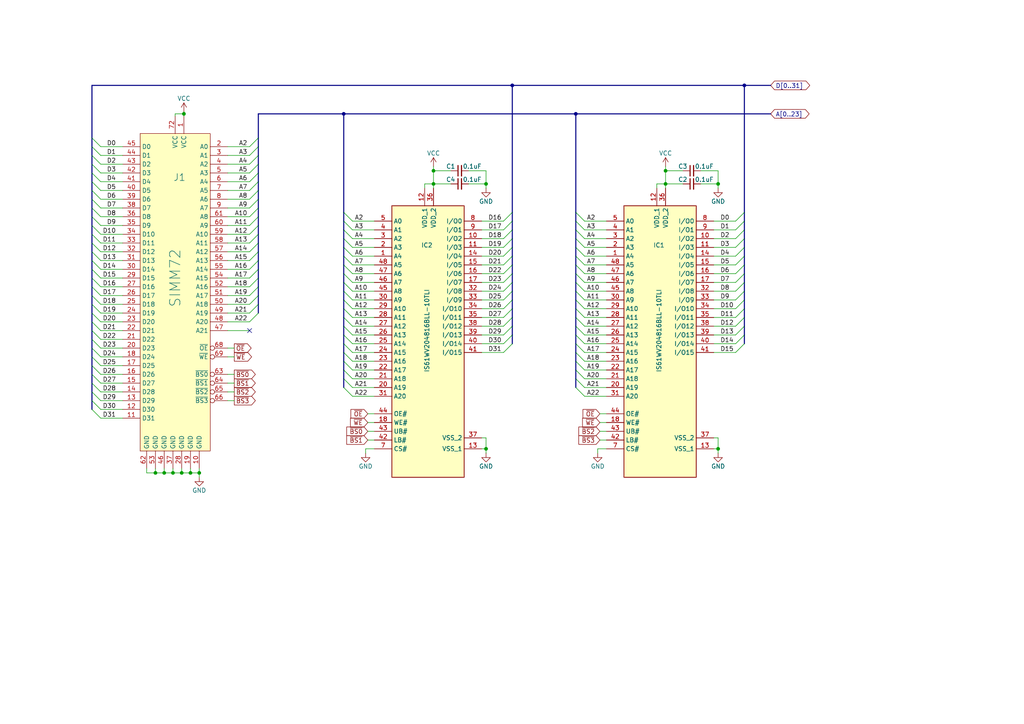
<source format=kicad_sch>
(kicad_sch (version 20230121) (generator eeschema)
  (paper "A4")
  (title_block (title "Raven 8MB Ram, 10ns") (date "2023") (rev "A0") (company "Licensed under CERN-OHL-P v2") (comment 1 "Anders Granlund"))
  (lib_symbols
    (symbol "68k:IS61WV204816BLL-10TLI"
      (property "Reference" "IC" (at -10.16 37.465 0))
      (property "Value" "IS61WV204816BLL-10TLI" (at -1.905 -8.255 90))
      (symbol "IS61WV204816BLL-10TLI_1_1"
        (rectangle (start -10.795 34.925) (end 10.16 -43.815) (stroke (width 0.254)) (fill (type background)))
        (pin passive line (at -15.875 20.32 0) (length 5.08) (name "A4") (number "1"))
        (pin passive line (at 15.24 25.4 180) (length 5.08) (name "I/O2") (number "10"))
        (pin passive line (at 15.24 22.86 180) (length 5.08) (name "I/O3") (number "11"))
        (pin passive line (at -1.27 40.005 270) (length 5.08) (name "VDD_1") (number "12"))
        (pin passive line (at 15.24 -35.56 180) (length 5.08) (name "VSS_1") (number "13"))
        (pin passive line (at 15.24 20.32 180) (length 5.08) (name "I/O4") (number "14"))
        (pin passive line (at 15.24 17.78 180) (length 5.08) (name "I/O5") (number "15"))
        (pin passive line (at 15.24 15.24 180) (length 5.08) (name "I/O6") (number "16"))
        (pin passive line (at 15.24 12.7 180) (length 5.08) (name "I/O7") (number "17"))
        (pin passive line (at -15.875 -27.94 0) (length 5.08) (name "WE#") (number "18"))
        (pin no_connect line (at 15.24 -20.955 180) (length 5.08) hide (name "NC_2") (number "19"))
        (pin passive line (at -15.875 22.86 0) (length 5.08) (name "A3") (number "2"))
        (pin passive line (at -15.875 -17.78 0) (length 5.08) (name "A19") (number "20"))
        (pin passive line (at -15.875 -15.24 0) (length 5.08) (name "A18") (number "21"))
        (pin passive line (at -15.875 -12.7 0) (length 5.08) (name "A17") (number "22"))
        (pin passive line (at -15.875 -10.16 0) (length 5.08) (name "A16") (number "23"))
        (pin passive line (at -15.875 -7.62 0) (length 5.08) (name "A15") (number "24"))
        (pin passive line (at -15.875 -5.08 0) (length 5.08) (name "A14") (number "25"))
        (pin passive line (at -15.875 -2.54 0) (length 5.08) (name "A13") (number "26"))
        (pin passive line (at -15.875 0 0) (length 5.08) (name "A12") (number "27"))
        (pin passive line (at -15.875 2.54 0) (length 5.08) (name "A11") (number "28"))
        (pin passive line (at -15.875 5.08 0) (length 5.08) (name "A10") (number "29"))
        (pin passive line (at -15.875 25.4 0) (length 5.08) (name "A2") (number "3"))
        (pin passive line (at -15.875 7.62 0) (length 5.08) (name "A9") (number "30"))
        (pin passive line (at -15.875 -20.32 0) (length 5.08) (name "A20") (number "31"))
        (pin passive line (at 15.24 10.16 180) (length 5.08) (name "I/O8") (number "32"))
        (pin passive line (at 15.24 7.62 180) (length 5.08) (name "I/O9") (number "33"))
        (pin passive line (at 15.24 5.08 180) (length 5.08) (name "I/O10") (number "34"))
        (pin passive line (at 15.24 2.54 180) (length 5.08) (name "I/O11") (number "35"))
        (pin passive line (at 1.27 40.005 270) (length 5.08) (name "VDD_2") (number "36"))
        (pin passive line (at 15.24 -32.385 180) (length 5.08) (name "VSS_2") (number "37"))
        (pin passive line (at 15.24 0 180) (length 5.08) (name "I/O12") (number "38"))
        (pin passive line (at 15.24 -2.54 180) (length 5.08) (name "I/O13") (number "39"))
        (pin passive line (at -15.875 27.94 0) (length 5.08) (name "A1") (number "4"))
        (pin passive line (at 15.24 -5.08 180) (length 5.08) (name "I/O14") (number "40"))
        (pin passive line (at 15.24 -7.62 180) (length 5.08) (name "I/O15") (number "41"))
        (pin passive line (at -15.875 -33.02 0) (length 5.08) (name "LB#") (number "42"))
        (pin passive line (at -15.875 -30.48 0) (length 5.08) (name "UB#") (number "43"))
        (pin passive line (at -15.875 -25.4 0) (length 5.08) (name "OE#") (number "44"))
        (pin passive line (at -15.875 10.16 0) (length 5.08) (name "A8") (number "45"))
        (pin passive line (at -15.875 12.7 0) (length 5.08) (name "A7") (number "46"))
        (pin passive line (at -15.875 15.24 0) (length 5.08) (name "A6") (number "47"))
        (pin passive line (at -15.875 17.78 0) (length 5.08) (name "A5") (number "48"))
        (pin passive line (at -15.875 30.48 0) (length 5.08) (name "A0") (number "5"))
        (pin no_connect line (at 15.24 -23.495 180) (length 5.08) hide (name "NC_1") (number "6"))
        (pin passive line (at -15.875 -35.56 0) (length 5.08) (name "CS#") (number "7"))
        (pin passive line (at 15.24 30.48 180) (length 5.08) (name "I/O0") (number "8"))
        (pin passive line (at 15.24 27.94 180) (length 5.08) (name "I/O1") (number "9"))
      )
    )
    (symbol "68k:SIMM72-Raven"
      (property "Reference" "J" (at 0 29.21 0))
      (property "Value" "SIMM72" (at 1.27 0 90))
      (symbol "SIMM72-Raven_1_1"
        (rectangle (start -8.89 41.91) (end 11.43 -50.165) (fill (type background)))
        (pin power_in line (at -1.27 46.99 270) (length 5.08) (name "VCC") (number "1"))
        (pin power_in line (at -5.715 -55.245 90) (length 5.08) (name "GND") (number "10"))
        (pin bidirectional line (at 16.51 -40.64 180) (length 5.08) (name "D31") (number "11"))
        (pin bidirectional line (at 16.51 -38.1 180) (length 5.08) (name "D30") (number "12"))
        (pin bidirectional line (at 16.51 -35.56 180) (length 5.08) (name "D29") (number "13"))
        (pin bidirectional line (at 16.51 -33.02 180) (length 5.08) (name "D28") (number "14"))
        (pin bidirectional line (at 16.51 -30.48 180) (length 5.08) (name "D27") (number "15"))
        (pin bidirectional line (at 16.51 -27.94 180) (length 5.08) (name "D26") (number "16"))
        (pin bidirectional line (at 16.51 -25.4 180) (length 5.08) (name "D25") (number "17"))
        (pin bidirectional line (at 16.51 -22.86 180) (length 5.08) (name "D24") (number "18"))
        (pin power_in line (at -3.175 -55.245 90) (length 5.08) (name "GND") (number "19"))
        (pin input line (at -13.97 38.1 0) (length 5.08) (name "A0") (number "2"))
        (pin bidirectional line (at 16.51 -20.32 180) (length 5.08) (name "D23") (number "20"))
        (pin bidirectional line (at 16.51 -17.78 180) (length 5.08) (name "D22") (number "21"))
        (pin bidirectional line (at 16.51 -15.24 180) (length 5.08) (name "D21") (number "22"))
        (pin bidirectional line (at 16.51 -12.7 180) (length 5.08) (name "D20") (number "23"))
        (pin bidirectional line (at 16.51 -10.16 180) (length 5.08) (name "D19") (number "24"))
        (pin bidirectional line (at 16.51 -7.62 180) (length 5.08) (name "D18") (number "25"))
        (pin bidirectional line (at 16.51 -5.08 180) (length 5.08) (name "D17") (number "26"))
        (pin bidirectional line (at 16.51 -2.54 180) (length 5.08) (name "D16") (number "27"))
        (pin power_in line (at -0.635 -55.245 90) (length 5.08) (name "GND") (number "28"))
        (pin bidirectional line (at 16.51 0 180) (length 5.08) (name "D15") (number "29"))
        (pin input line (at -13.97 35.56 0) (length 5.08) (name "A1") (number "3"))
        (pin bidirectional line (at 16.51 2.54 180) (length 5.08) (name "D14") (number "30"))
        (pin bidirectional line (at 16.51 5.08 180) (length 5.08) (name "D13") (number "31"))
        (pin bidirectional line (at 16.51 7.62 180) (length 5.08) (name "D12") (number "32"))
        (pin bidirectional line (at 16.51 10.16 180) (length 5.08) (name "D11") (number "33"))
        (pin bidirectional line (at 16.51 12.7 180) (length 5.08) (name "D10") (number "34"))
        (pin bidirectional line (at 16.51 15.24 180) (length 5.08) (name "D9") (number "35"))
        (pin bidirectional line (at 16.51 17.78 180) (length 5.08) (name "D8") (number "36"))
        (pin power_in line (at 1.905 -55.245 90) (length 5.08) (name "GND") (number "37"))
        (pin bidirectional line (at 16.51 20.32 180) (length 5.08) (name "D7") (number "38"))
        (pin bidirectional line (at 16.51 22.86 180) (length 5.08) (name "D6") (number "39"))
        (pin input line (at -13.97 33.02 0) (length 5.08) (name "A2") (number "4"))
        (pin bidirectional line (at 16.51 25.4 180) (length 5.08) (name "D5") (number "40"))
        (pin bidirectional line (at 16.51 27.94 180) (length 5.08) (name "D4") (number "41"))
        (pin bidirectional line (at 16.51 30.48 180) (length 5.08) (name "D3") (number "42"))
        (pin bidirectional line (at 16.51 33.02 180) (length 5.08) (name "D2") (number "43"))
        (pin bidirectional line (at 16.51 35.56 180) (length 5.08) (name "D1") (number "44"))
        (pin bidirectional line (at 16.51 38.1 180) (length 5.08) (name "D0") (number "45"))
        (pin power_in line (at 4.445 -55.245 90) (length 5.08) (name "GND") (number "46"))
        (pin input line (at -13.97 -15.24 0) (length 5.08) (name "A21") (number "47"))
        (pin input line (at -13.97 -12.7 0) (length 5.08) (name "A20") (number "48"))
        (pin input line (at -13.97 -10.16 0) (length 5.08) (name "A19") (number "49"))
        (pin input line (at -13.97 30.48 0) (length 5.08) (name "A3") (number "5"))
        (pin input line (at -13.97 -7.62 0) (length 5.08) (name "A18") (number "50"))
        (pin input line (at -13.97 -5.08 0) (length 5.08) (name "A17") (number "51"))
        (pin input line (at -13.97 -2.54 0) (length 5.08) (name "A16") (number "52"))
        (pin power_in line (at 6.985 -55.245 90) (length 5.08) (name "GND") (number "53"))
        (pin input line (at -13.97 0 0) (length 5.08) (name "A15") (number "54"))
        (pin input line (at -13.97 2.54 0) (length 5.08) (name "A14") (number "55"))
        (pin input line (at -13.97 5.08 0) (length 5.08) (name "A13") (number "56"))
        (pin input line (at -13.97 7.62 0) (length 5.08) (name "A12") (number "57"))
        (pin input line (at -13.97 10.16 0) (length 5.08) (name "A11") (number "58"))
        (pin input line (at -13.97 12.7 0) (length 5.08) (name "A10") (number "59"))
        (pin input line (at -13.97 27.94 0) (length 5.08) (name "A4") (number "6"))
        (pin input line (at -13.97 15.24 0) (length 5.08) (name "A9") (number "60"))
        (pin input line (at -13.97 17.78 0) (length 5.08) (name "A8") (number "61"))
        (pin power_in line (at 9.525 -55.245 90) (length 5.08) (name "GND") (number "62"))
        (pin input inverted (at -13.97 -27.94 0) (length 5.08) (name "~{BS0}") (number "63"))
        (pin input inverted (at -13.97 -30.48 0) (length 5.08) (name "~{BS1}") (number "64"))
        (pin input inverted (at -13.97 -33.02 0) (length 5.08) (name "~{BS2}") (number "65"))
        (pin input inverted (at -13.97 -35.56 0) (length 5.08) (name "~{BS3}") (number "66"))
        (pin no_connect inverted (at -8.89 -39.37 180) (length 5.08) hide (name "nc") (number "67"))
        (pin input inverted (at -13.97 -20.32 0) (length 5.08) (name "~{OE}") (number "68"))
        (pin input inverted (at -13.97 -22.86 0) (length 5.08) (name "~{WE}") (number "69"))
        (pin input line (at -13.97 25.4 0) (length 5.08) (name "A5") (number "7"))
        (pin no_connect line (at -8.89 -41.91 180) (length 5.08) hide (name "nc") (number "70"))
        (pin no_connect line (at -8.89 -44.45 180) (length 5.08) hide (name "nc") (number "71"))
        (pin power_in line (at 1.27 46.99 270) (length 5.08) (name "VCC") (number "72"))
        (pin input line (at -13.97 22.86 0) (length 5.08) (name "A6") (number "8"))
        (pin input line (at -13.97 20.32 0) (length 5.08) (name "A7") (number "9"))
      )
    )
    (symbol "68k:c_100nf_smd1206" (pin_numbers hide) (pin_names (offset 0.254) hide)
      (property "Reference" "C" (at 0.635 1.905 0))
      (property "Value" "0.1uF" (at 0.635 -1.905 0))
      (symbol "c_100nf_smd1206_0_1"
        (polyline (pts (xy -1.524 -0.508) (xy 1.524 -0.508)) (stroke (width 0.3302)))
        (polyline (pts (xy -1.524 0.508) (xy 1.524 0.508)) (stroke (width 0.3048)))
      )
      (symbol "c_100nf_smd1206_1_1"
        (pin passive line (at 0 2.54 270) (length 2.032) (name "~") (number "1"))
        (pin passive line (at 0 -2.54 90) (length 2.032) (name "~") (number "2"))
      )
    )
    (symbol "power:GND" (power) (pin_names (offset 0))
      (property "Value" "GND" (at 0 -3.81 0))
      (symbol "GND_0_1"
        (polyline (pts (xy 0 0) (xy 0 -1.27) (xy 1.27 -1.27) (xy 0 -2.54) (xy -1.27 -1.27) (xy 0 -1.27)))
      )
      (symbol "GND_1_1"
        (pin power_in line (at 0 0 270) (length 0) hide (name "GND") (number "1"))
      )
    )
    (symbol "power:VCC" (power) (pin_names (offset 0))
      (property "Value" "VCC" (at 0 3.81 0))
      (symbol "VCC_0_1"
        (polyline (pts (xy -0.762 1.27) (xy 0 2.54)))
        (polyline (pts (xy 0 0) (xy 0 2.54)))
        (polyline (pts (xy 0 2.54) (xy 0.762 1.27)))
      )
      (symbol "VCC_1_1"
        (pin power_in line (at 0 0 90) (length 0) hide (name "VCC") (number "1"))
      )
    )
  )
  (junction (at 193.04 53.34))
  (junction (at 167.005 33.02))
  (junction (at 140.97 130.175))
  (junction (at 148.59 24.765))
  (junction (at 55.245 137.16))
  (junction (at 99.695 33.02))
  (junction (at 45.085 137.16))
  (junction (at 193.04 49.53))
  (junction (at 125.73 53.34))
  (junction (at 140.97 53.34))
  (junction (at 208.28 53.34))
  (junction (at 47.625 137.16))
  (junction (at 50.165 137.16))
  (junction (at 57.785 137.16))
  (junction (at 52.705 137.16))
  (junction (at 125.73 49.53))
  (junction (at 215.9 24.765))
  (junction (at 53.34 33.02))
  (junction (at 208.28 130.175))
  (no_connect (at 72.39 95.885))
  (bus_entry (at 26.67 111.125) (size 2.54 2.54))
  (bus_entry (at 167.005 86.995) (size 2.54 2.54))
  (bus_entry (at 26.67 93.345) (size 2.54 2.54))
  (bus_entry (at 26.67 62.865) (size 2.54 2.54))
  (bus_entry (at 26.67 52.705) (size 2.54 2.54))
  (bus_entry (at 99.695 97.155) (size 2.54 2.54))
  (bus_entry (at 215.9 66.675) (size -2.54 2.54))
  (bus_entry (at 148.59 81.915) (size -2.54 2.54))
  (bus_entry (at 74.93 75.565) (size -2.54 2.54))
  (bus_entry (at 99.695 104.775) (size 2.54 2.54))
  (bus_entry (at 26.67 83.185) (size 2.54 2.54))
  (bus_entry (at 215.9 89.535) (size -2.54 2.54))
  (bus_entry (at 26.67 67.945) (size 2.54 2.54))
  (bus_entry (at 148.59 89.535) (size -2.54 2.54))
  (bus_entry (at 215.9 76.835) (size -2.54 2.54))
  (bus_entry (at 26.67 85.725) (size 2.54 2.54))
  (bus_entry (at 26.67 42.545) (size 2.54 2.54))
  (bus_entry (at 215.9 71.755) (size -2.54 2.54))
  (bus_entry (at 167.005 79.375) (size 2.54 2.54))
  (bus_entry (at 167.005 97.155) (size 2.54 2.54))
  (bus_entry (at 99.695 92.075) (size 2.54 2.54))
  (bus_entry (at 74.93 62.865) (size -2.54 2.54))
  (bus_entry (at 99.695 86.995) (size 2.54 2.54))
  (bus_entry (at 148.59 64.135) (size -2.54 2.54))
  (bus_entry (at 26.67 103.505) (size 2.54 2.54))
  (bus_entry (at 99.695 61.595) (size 2.54 2.54))
  (bus_entry (at 167.005 94.615) (size 2.54 2.54))
  (bus_entry (at 26.67 116.205) (size 2.54 2.54))
  (bus_entry (at 99.695 74.295) (size 2.54 2.54))
  (bus_entry (at 167.005 109.855) (size 2.54 2.54))
  (bus_entry (at 74.93 50.165) (size -2.54 2.54))
  (bus_entry (at 167.005 104.775) (size 2.54 2.54))
  (bus_entry (at 74.93 85.725) (size -2.54 2.54))
  (bus_entry (at 26.67 55.245) (size 2.54 2.54))
  (bus_entry (at 26.67 78.105) (size 2.54 2.54))
  (bus_entry (at 74.93 90.805) (size -2.54 2.54))
  (bus_entry (at 99.695 71.755) (size 2.54 2.54))
  (bus_entry (at 148.59 79.375) (size -2.54 2.54))
  (bus_entry (at 215.9 94.615) (size -2.54 2.54))
  (bus_entry (at 74.93 47.625) (size -2.54 2.54))
  (bus_entry (at 99.695 102.235) (size 2.54 2.54))
  (bus_entry (at 148.59 94.615) (size -2.54 2.54))
  (bus_entry (at 167.005 89.535) (size 2.54 2.54))
  (bus_entry (at 26.67 70.485) (size 2.54 2.54))
  (bus_entry (at 148.59 74.295) (size -2.54 2.54))
  (bus_entry (at 99.695 76.835) (size 2.54 2.54))
  (bus_entry (at 148.59 76.835) (size -2.54 2.54))
  (bus_entry (at 215.9 92.075) (size -2.54 2.54))
  (bus_entry (at 167.005 61.595) (size 2.54 2.54))
  (bus_entry (at 74.93 55.245) (size -2.54 2.54))
  (bus_entry (at 215.9 81.915) (size -2.54 2.54))
  (bus_entry (at 74.93 73.025) (size -2.54 2.54))
  (bus_entry (at 26.67 60.325) (size 2.54 2.54))
  (bus_entry (at 99.695 79.375) (size 2.54 2.54))
  (bus_entry (at 99.695 112.395) (size 2.54 2.54))
  (bus_entry (at 215.9 86.995) (size -2.54 2.54))
  (bus_entry (at 215.9 61.595) (size -2.54 2.54))
  (bus_entry (at 26.67 98.425) (size 2.54 2.54))
  (bus_entry (at 74.93 67.945) (size -2.54 2.54))
  (bus_entry (at 99.695 89.535) (size 2.54 2.54))
  (bus_entry (at 74.93 88.265) (size -2.54 2.54))
  (bus_entry (at 99.695 99.695) (size 2.54 2.54))
  (bus_entry (at 74.93 60.325) (size -2.54 2.54))
  (bus_entry (at 148.59 61.595) (size -2.54 2.54))
  (bus_entry (at 26.67 100.965) (size 2.54 2.54))
  (bus_entry (at 74.93 78.105) (size -2.54 2.54))
  (bus_entry (at 167.005 66.675) (size 2.54 2.54))
  (bus_entry (at 167.005 92.075) (size 2.54 2.54))
  (bus_entry (at 26.67 90.805) (size 2.54 2.54))
  (bus_entry (at 167.005 107.315) (size 2.54 2.54))
  (bus_entry (at 148.59 66.675) (size -2.54 2.54))
  (bus_entry (at 99.695 64.135) (size 2.54 2.54))
  (bus_entry (at 99.695 107.315) (size 2.54 2.54))
  (bus_entry (at 99.695 109.855) (size 2.54 2.54))
  (bus_entry (at 148.59 71.755) (size -2.54 2.54))
  (bus_entry (at 215.9 97.155) (size -2.54 2.54))
  (bus_entry (at 215.9 79.375) (size -2.54 2.54))
  (bus_entry (at 26.67 45.085) (size 2.54 2.54))
  (bus_entry (at 26.67 57.785) (size 2.54 2.54))
  (bus_entry (at 215.9 84.455) (size -2.54 2.54))
  (bus_entry (at 148.59 86.995) (size -2.54 2.54))
  (bus_entry (at 167.005 71.755) (size 2.54 2.54))
  (bus_entry (at 26.67 106.045) (size 2.54 2.54))
  (bus_entry (at 215.9 69.215) (size -2.54 2.54))
  (bus_entry (at 26.67 47.625) (size 2.54 2.54))
  (bus_entry (at 215.9 99.695) (size -2.54 2.54))
  (bus_entry (at 74.93 57.785) (size -2.54 2.54))
  (bus_entry (at 167.005 81.915) (size 2.54 2.54))
  (bus_entry (at 26.67 95.885) (size 2.54 2.54))
  (bus_entry (at 26.67 50.165) (size 2.54 2.54))
  (bus_entry (at 167.005 112.395) (size 2.54 2.54))
  (bus_entry (at 148.59 92.075) (size -2.54 2.54))
  (bus_entry (at 167.005 76.835) (size 2.54 2.54))
  (bus_entry (at 167.005 84.455) (size 2.54 2.54))
  (bus_entry (at 26.67 40.005) (size 2.54 2.54))
  (bus_entry (at 99.695 69.215) (size 2.54 2.54))
  (bus_entry (at 148.59 99.695) (size -2.54 2.54))
  (bus_entry (at 26.67 65.405) (size 2.54 2.54))
  (bus_entry (at 215.9 64.135) (size -2.54 2.54))
  (bus_entry (at 26.67 88.265) (size 2.54 2.54))
  (bus_entry (at 148.59 84.455) (size -2.54 2.54))
  (bus_entry (at 215.9 74.295) (size -2.54 2.54))
  (bus_entry (at 26.67 80.645) (size 2.54 2.54))
  (bus_entry (at 74.93 70.485) (size -2.54 2.54))
  (bus_entry (at 74.93 45.085) (size -2.54 2.54))
  (bus_entry (at 167.005 69.215) (size 2.54 2.54))
  (bus_entry (at 99.695 94.615) (size 2.54 2.54))
  (bus_entry (at 74.93 52.705) (size -2.54 2.54))
  (bus_entry (at 74.93 80.645) (size -2.54 2.54))
  (bus_entry (at 26.67 73.025) (size 2.54 2.54))
  (bus_entry (at 167.005 64.135) (size 2.54 2.54))
  (bus_entry (at 99.695 84.455) (size 2.54 2.54))
  (bus_entry (at 74.93 40.005) (size -2.54 2.54))
  (bus_entry (at 99.695 66.675) (size 2.54 2.54))
  (bus_entry (at 74.93 65.405) (size -2.54 2.54))
  (bus_entry (at 26.67 75.565) (size 2.54 2.54))
  (bus_entry (at 167.005 74.295) (size 2.54 2.54))
  (bus_entry (at 26.67 108.585) (size 2.54 2.54))
  (bus_entry (at 26.67 113.665) (size 2.54 2.54))
  (bus_entry (at 148.59 69.215) (size -2.54 2.54))
  (bus_entry (at 167.005 102.235) (size 2.54 2.54))
  (bus_entry (at 26.67 118.745) (size 2.54 2.54))
  (bus_entry (at 99.695 81.915) (size 2.54 2.54))
  (bus_entry (at 74.93 42.545) (size -2.54 2.54))
  (bus_entry (at 148.59 97.155) (size -2.54 2.54))
  (bus_entry (at 167.005 99.695) (size 2.54 2.54))
  (bus_entry (at 74.93 83.185) (size -2.54 2.54))
  (wire (pts (xy 72.39 67.945) (xy 66.04 67.945)))
  (wire (pts (xy 72.39 60.325) (xy 66.04 60.325)))
  (wire (pts (xy 140.97 127) (xy 140.97 130.175)))
  (wire (pts (xy 169.545 79.375) (xy 175.895 79.375)))
  (wire (pts (xy 123.19 53.34) (xy 125.73 53.34)))
  (wire (pts (xy 66.04 113.665) (xy 67.945 113.665)))
  (bus (pts (xy 148.59 24.765) (xy 148.59 61.595)))
  (wire (pts (xy 169.545 69.215) (xy 175.895 69.215)))
  (wire (pts (xy 169.545 64.135) (xy 175.895 64.135)))
  (bus (pts (xy 167.005 94.615) (xy 167.005 92.075)))
  (bus (pts (xy 215.9 66.675) (xy 215.9 64.135)))
  (wire (pts (xy 139.7 130.175) (xy 140.97 130.175)))
  (bus (pts (xy 167.005 107.315) (xy 167.005 104.775)))
  (wire (pts (xy 47.625 135.89) (xy 47.625 137.16)))
  (bus (pts (xy 26.67 93.345) (xy 26.67 90.805)))
  (bus (pts (xy 167.005 79.375) (xy 167.005 76.835)))
  (wire (pts (xy 53.34 33.02) (xy 53.34 33.655)))
  (wire (pts (xy 207.01 99.695) (xy 213.36 99.695)))
  (wire (pts (xy 208.28 53.34) (xy 208.28 54.61)))
  (bus (pts (xy 99.695 64.135) (xy 99.695 61.595)))
  (wire (pts (xy 169.545 104.775) (xy 175.895 104.775)))
  (bus (pts (xy 167.005 74.295) (xy 167.005 71.755)))
  (wire (pts (xy 208.28 49.53) (xy 208.28 53.34)))
  (wire (pts (xy 108.585 120.015) (xy 106.68 120.015)))
  (wire (pts (xy 66.04 103.505) (xy 67.945 103.505)))
  (wire (pts (xy 175.895 120.015) (xy 173.99 120.015)))
  (bus (pts (xy 26.67 67.945) (xy 26.67 65.405)))
  (bus (pts (xy 167.005 33.02) (xy 167.005 61.595)))
  (wire (pts (xy 35.56 60.325) (xy 29.21 60.325)))
  (bus (pts (xy 26.67 83.185) (xy 26.67 80.645)))
  (bus (pts (xy 148.59 79.375) (xy 148.59 76.835)))
  (wire (pts (xy 35.56 45.085) (xy 29.21 45.085)))
  (bus (pts (xy 148.59 92.075) (xy 148.59 89.535)))
  (wire (pts (xy 102.235 109.855) (xy 108.585 109.855)))
  (wire (pts (xy 66.04 116.205) (xy 67.945 116.205)))
  (wire (pts (xy 102.235 92.075) (xy 108.585 92.075)))
  (wire (pts (xy 175.895 125.095) (xy 173.99 125.095)))
  (bus (pts (xy 74.93 80.645) (xy 74.93 78.105)))
  (bus (pts (xy 74.93 62.865) (xy 74.93 60.325)))
  (wire (pts (xy 207.01 79.375) (xy 213.36 79.375)))
  (wire (pts (xy 207.01 84.455) (xy 213.36 84.455)))
  (wire (pts (xy 135.89 49.53) (xy 140.97 49.53)))
  (wire (pts (xy 72.39 83.185) (xy 66.04 83.185)))
  (wire (pts (xy 169.545 76.835) (xy 175.895 76.835)))
  (bus (pts (xy 74.93 75.565) (xy 74.93 73.025)))
  (wire (pts (xy 35.56 93.345) (xy 29.21 93.345)))
  (bus (pts (xy 215.9 97.155) (xy 215.9 94.615)))
  (wire (pts (xy 35.56 111.125) (xy 29.21 111.125)))
  (wire (pts (xy 42.545 137.16) (xy 45.085 137.16)))
  (wire (pts (xy 139.7 76.835) (xy 146.05 76.835)))
  (wire (pts (xy 175.895 127.635) (xy 173.99 127.635)))
  (bus (pts (xy 148.59 84.455) (xy 148.59 81.915)))
  (wire (pts (xy 190.5 53.34) (xy 193.04 53.34)))
  (bus (pts (xy 167.005 69.215) (xy 167.005 66.675)))
  (wire (pts (xy 72.39 85.725) (xy 66.04 85.725)))
  (bus (pts (xy 99.695 33.02) (xy 99.695 61.595)))
  (wire (pts (xy 72.39 75.565) (xy 66.04 75.565)))
  (wire (pts (xy 108.585 125.095) (xy 106.68 125.095)))
  (wire (pts (xy 72.39 45.085) (xy 66.04 45.085)))
  (wire (pts (xy 50.8 33.02) (xy 50.8 33.655)))
  (wire (pts (xy 139.7 102.235) (xy 146.05 102.235)))
  (wire (pts (xy 203.2 49.53) (xy 208.28 49.53)))
  (bus (pts (xy 167.005 66.675) (xy 167.005 64.135)))
  (bus (pts (xy 74.93 83.185) (xy 74.93 80.645)))
  (bus (pts (xy 74.93 85.725) (xy 74.93 83.185)))
  (wire (pts (xy 108.585 130.175) (xy 106.045 130.175)))
  (wire (pts (xy 50.8 33.02) (xy 53.34 33.02)))
  (bus (pts (xy 26.67 90.805) (xy 26.67 88.265)))
  (wire (pts (xy 140.97 130.175) (xy 140.97 131.445)))
  (wire (pts (xy 57.785 137.16) (xy 57.785 138.43)))
  (wire (pts (xy 169.545 102.235) (xy 175.895 102.235)))
  (bus (pts (xy 148.59 69.215) (xy 148.59 66.675)))
  (wire (pts (xy 50.165 137.16) (xy 52.705 137.16)))
  (wire (pts (xy 139.7 92.075) (xy 146.05 92.075)))
  (bus (pts (xy 26.67 52.705) (xy 26.67 50.165)))
  (bus (pts (xy 148.59 74.295) (xy 148.59 71.755)))
  (wire (pts (xy 102.235 81.915) (xy 108.585 81.915)))
  (bus (pts (xy 215.9 69.215) (xy 215.9 66.675)))
  (wire (pts (xy 66.04 111.125) (xy 67.945 111.125)))
  (bus (pts (xy 26.67 80.645) (xy 26.67 78.105)))
  (bus (pts (xy 99.695 104.775) (xy 99.695 102.235)))
  (wire (pts (xy 52.705 137.16) (xy 55.245 137.16)))
  (wire (pts (xy 139.7 99.695) (xy 146.05 99.695)))
  (bus (pts (xy 26.67 73.025) (xy 26.67 70.485)))
  (wire (pts (xy 169.545 86.995) (xy 175.895 86.995)))
  (bus (pts (xy 148.59 71.755) (xy 148.59 69.215)))
  (wire (pts (xy 35.56 42.545) (xy 29.21 42.545)))
  (bus (pts (xy 26.67 108.585) (xy 26.67 106.045)))
  (wire (pts (xy 35.56 106.045) (xy 29.21 106.045)))
  (wire (pts (xy 102.235 102.235) (xy 108.585 102.235)))
  (bus (pts (xy 99.695 84.455) (xy 99.695 81.915)))
  (wire (pts (xy 102.235 112.395) (xy 108.585 112.395)))
  (wire (pts (xy 139.7 69.215) (xy 146.05 69.215)))
  (bus (pts (xy 26.67 70.485) (xy 26.67 67.945)))
  (bus (pts (xy 26.67 45.085) (xy 26.67 42.545)))
  (bus (pts (xy 215.9 89.535) (xy 215.9 86.995)))
  (wire (pts (xy 139.7 86.995) (xy 146.05 86.995)))
  (wire (pts (xy 125.73 53.34) (xy 125.73 54.61)))
  (bus (pts (xy 215.9 94.615) (xy 215.9 92.075)))
  (wire (pts (xy 35.56 55.245) (xy 29.21 55.245)))
  (bus (pts (xy 74.93 57.785) (xy 74.93 55.245)))
  (bus (pts (xy 167.005 97.155) (xy 167.005 94.615)))
  (wire (pts (xy 72.39 52.705) (xy 66.04 52.705)))
  (bus (pts (xy 167.005 109.855) (xy 167.005 107.315)))
  (bus (pts (xy 74.93 50.165) (xy 74.93 47.625)))
  (wire (pts (xy 35.56 98.425) (xy 29.21 98.425)))
  (wire (pts (xy 139.7 89.535) (xy 146.05 89.535)))
  (wire (pts (xy 139.7 81.915) (xy 146.05 81.915)))
  (bus (pts (xy 74.93 42.545) (xy 74.93 40.005)))
  (bus (pts (xy 26.67 106.045) (xy 26.67 103.505)))
  (wire (pts (xy 47.625 137.16) (xy 50.165 137.16)))
  (wire (pts (xy 125.73 53.34) (xy 130.81 53.34)))
  (bus (pts (xy 99.695 97.155) (xy 99.695 94.615)))
  (bus (pts (xy 148.59 86.995) (xy 148.59 84.455)))
  (wire (pts (xy 169.545 92.075) (xy 175.895 92.075)))
  (bus (pts (xy 74.93 90.805) (xy 74.93 88.265)))
  (wire (pts (xy 72.39 50.165) (xy 66.04 50.165)))
  (wire (pts (xy 72.39 57.785) (xy 66.04 57.785)))
  (bus (pts (xy 167.005 84.455) (xy 167.005 81.915)))
  (wire (pts (xy 193.04 49.53) (xy 198.12 49.53)))
  (wire (pts (xy 207.01 74.295) (xy 213.36 74.295)))
  (wire (pts (xy 72.39 80.645) (xy 66.04 80.645)))
  (wire (pts (xy 106.045 130.175) (xy 106.045 131.445)))
  (wire (pts (xy 173.355 130.175) (xy 173.355 131.445)))
  (wire (pts (xy 169.545 84.455) (xy 175.895 84.455)))
  (bus (pts (xy 26.67 103.505) (xy 26.67 100.965)))
  (wire (pts (xy 35.56 78.105) (xy 29.21 78.105)))
  (bus (pts (xy 26.67 42.545) (xy 26.67 40.005)))
  (wire (pts (xy 42.545 135.89) (xy 42.545 137.16)))
  (wire (pts (xy 35.56 52.705) (xy 29.21 52.705)))
  (wire (pts (xy 35.56 73.025) (xy 29.21 73.025)))
  (wire (pts (xy 169.545 66.675) (xy 175.895 66.675)))
  (bus (pts (xy 99.695 69.215) (xy 99.695 66.675)))
  (bus (pts (xy 26.67 78.105) (xy 26.67 75.565)))
  (wire (pts (xy 139.7 127) (xy 140.97 127)))
  (wire (pts (xy 72.39 62.865) (xy 66.04 62.865)))
  (wire (pts (xy 35.56 88.265) (xy 29.21 88.265)))
  (wire (pts (xy 35.56 116.205) (xy 29.21 116.205)))
  (bus (pts (xy 74.93 78.105) (xy 74.93 75.565)))
  (wire (pts (xy 207.01 64.135) (xy 213.36 64.135)))
  (wire (pts (xy 35.56 90.805) (xy 29.21 90.805)))
  (wire (pts (xy 35.56 67.945) (xy 29.21 67.945)))
  (bus (pts (xy 74.93 73.025) (xy 74.93 70.485)))
  (wire (pts (xy 35.56 108.585) (xy 29.21 108.585)))
  (wire (pts (xy 169.545 71.755) (xy 175.895 71.755)))
  (bus (pts (xy 26.67 113.665) (xy 26.67 111.125)))
  (bus (pts (xy 167.005 99.695) (xy 167.005 97.155)))
  (wire (pts (xy 169.545 114.935) (xy 175.895 114.935)))
  (bus (pts (xy 26.67 57.785) (xy 26.67 55.245)))
  (bus (pts (xy 26.67 65.405) (xy 26.67 62.865)))
  (bus (pts (xy 148.59 81.915) (xy 148.59 79.375)))
  (wire (pts (xy 125.73 49.53) (xy 125.73 53.34)))
  (wire (pts (xy 207.01 76.835) (xy 213.36 76.835)))
  (bus (pts (xy 167.005 81.915) (xy 167.005 79.375)))
  (bus (pts (xy 26.67 24.765) (xy 26.67 40.005)))
  (wire (pts (xy 102.235 76.835) (xy 108.585 76.835)))
  (wire (pts (xy 190.5 53.34) (xy 190.5 54.61)))
  (wire (pts (xy 66.04 108.585) (xy 67.945 108.585)))
  (bus (pts (xy 26.67 60.325) (xy 26.67 57.785)))
  (bus (pts (xy 99.695 112.395) (xy 99.695 109.855)))
  (wire (pts (xy 139.7 79.375) (xy 146.05 79.375)))
  (bus (pts (xy 215.9 74.295) (xy 215.9 71.755)))
  (wire (pts (xy 175.895 122.555) (xy 173.99 122.555)))
  (wire (pts (xy 102.235 79.375) (xy 108.585 79.375)))
  (bus (pts (xy 215.9 81.915) (xy 215.9 79.375)))
  (bus (pts (xy 167.005 89.535) (xy 167.005 86.995)))
  (wire (pts (xy 35.56 100.965) (xy 29.21 100.965)))
  (bus (pts (xy 167.005 112.395) (xy 167.005 109.855)))
  (bus (pts (xy 74.93 60.325) (xy 74.93 57.785)))
  (wire (pts (xy 125.73 48.26) (xy 125.73 49.53)))
  (bus (pts (xy 99.695 33.02) (xy 167.005 33.02)))
  (wire (pts (xy 125.73 49.53) (xy 130.81 49.53)))
  (wire (pts (xy 45.085 135.89) (xy 45.085 137.16)))
  (wire (pts (xy 207.01 97.155) (xy 213.36 97.155)))
  (bus (pts (xy 215.9 64.135) (xy 215.9 61.595)))
  (wire (pts (xy 35.56 83.185) (xy 29.21 83.185)))
  (bus (pts (xy 99.695 109.855) (xy 99.695 107.315)))
  (bus (pts (xy 99.695 71.755) (xy 99.695 69.215)))
  (wire (pts (xy 207.01 89.535) (xy 213.36 89.535)))
  (wire (pts (xy 108.585 127.635) (xy 106.68 127.635)))
  (bus (pts (xy 167.005 92.075) (xy 167.005 89.535)))
  (wire (pts (xy 139.7 71.755) (xy 146.05 71.755)))
  (wire (pts (xy 169.545 107.315) (xy 175.895 107.315)))
  (bus (pts (xy 26.67 85.725) (xy 26.67 83.185)))
  (wire (pts (xy 102.235 107.315) (xy 108.585 107.315)))
  (wire (pts (xy 169.545 109.855) (xy 175.895 109.855)))
  (bus (pts (xy 167.005 104.775) (xy 167.005 102.235)))
  (wire (pts (xy 207.01 81.915) (xy 213.36 81.915)))
  (bus (pts (xy 99.695 99.695) (xy 99.695 97.155)))
  (wire (pts (xy 55.245 137.16) (xy 57.785 137.16)))
  (wire (pts (xy 72.39 70.485) (xy 66.04 70.485)))
  (wire (pts (xy 57.785 137.16) (xy 57.785 135.89)))
  (bus (pts (xy 215.9 79.375) (xy 215.9 76.835)))
  (bus (pts (xy 26.67 98.425) (xy 26.67 95.885)))
  (wire (pts (xy 140.97 53.34) (xy 140.97 54.61)))
  (wire (pts (xy 193.04 53.34) (xy 193.04 54.61)))
  (bus (pts (xy 167.005 71.755) (xy 167.005 69.215)))
  (wire (pts (xy 169.545 112.395) (xy 175.895 112.395)))
  (wire (pts (xy 72.39 47.625) (xy 66.04 47.625)))
  (wire (pts (xy 207.01 71.755) (xy 213.36 71.755)))
  (bus (pts (xy 26.67 50.165) (xy 26.67 47.625)))
  (bus (pts (xy 74.93 65.405) (xy 74.93 62.865)))
  (wire (pts (xy 53.34 32.385) (xy 53.34 33.02)))
  (wire (pts (xy 35.56 70.485) (xy 29.21 70.485)))
  (bus (pts (xy 99.695 86.995) (xy 99.695 84.455)))
  (wire (pts (xy 35.56 50.165) (xy 29.21 50.165)))
  (wire (pts (xy 52.705 135.89) (xy 52.705 137.16)))
  (bus (pts (xy 215.9 24.765) (xy 215.9 61.595)))
  (wire (pts (xy 102.235 69.215) (xy 108.585 69.215)))
  (wire (pts (xy 169.545 74.295) (xy 175.895 74.295)))
  (wire (pts (xy 35.56 47.625) (xy 29.21 47.625)))
  (wire (pts (xy 72.39 95.885) (xy 66.04 95.885)))
  (bus (pts (xy 99.695 79.375) (xy 99.695 76.835)))
  (wire (pts (xy 102.235 86.995) (xy 108.585 86.995)))
  (bus (pts (xy 148.59 97.155) (xy 148.59 94.615)))
  (wire (pts (xy 35.56 57.785) (xy 29.21 57.785)))
  (wire (pts (xy 207.01 92.075) (xy 213.36 92.075)))
  (wire (pts (xy 35.56 62.865) (xy 29.21 62.865)))
  (bus (pts (xy 215.9 92.075) (xy 215.9 89.535)))
  (wire (pts (xy 102.235 74.295) (xy 108.585 74.295)))
  (bus (pts (xy 26.67 55.245) (xy 26.67 52.705)))
  (bus (pts (xy 99.695 81.915) (xy 99.695 79.375)))
  (bus (pts (xy 167.005 86.995) (xy 167.005 84.455)))
  (bus (pts (xy 26.67 75.565) (xy 26.67 73.025)))
  (wire (pts (xy 175.895 130.175) (xy 173.355 130.175)))
  (wire (pts (xy 193.04 53.34) (xy 198.12 53.34)))
  (bus (pts (xy 74.93 52.705) (xy 74.93 50.165)))
  (bus (pts (xy 148.59 66.675) (xy 148.59 64.135)))
  (wire (pts (xy 207.01 69.215) (xy 213.36 69.215)))
  (wire (pts (xy 102.235 66.675) (xy 108.585 66.675)))
  (bus (pts (xy 167.005 102.235) (xy 167.005 99.695)))
  (wire (pts (xy 108.585 122.555) (xy 106.68 122.555)))
  (bus (pts (xy 148.59 24.765) (xy 215.9 24.765)))
  (bus (pts (xy 99.695 89.535) (xy 99.695 86.995)))
  (bus (pts (xy 74.93 45.085) (xy 74.93 42.545)))
  (wire (pts (xy 169.545 97.155) (xy 175.895 97.155)))
  (bus (pts (xy 148.59 64.135) (xy 148.59 61.595)))
  (wire (pts (xy 35.56 65.405) (xy 29.21 65.405)))
  (bus (pts (xy 26.67 88.265) (xy 26.67 85.725)))
  (wire (pts (xy 102.235 99.695) (xy 108.585 99.695)))
  (wire (pts (xy 135.89 53.34) (xy 140.97 53.34)))
  (bus (pts (xy 148.59 99.695) (xy 148.59 97.155)))
  (wire (pts (xy 35.56 80.645) (xy 29.21 80.645)))
  (bus (pts (xy 99.695 66.675) (xy 99.695 64.135)))
  (wire (pts (xy 72.39 55.245) (xy 66.04 55.245)))
  (wire (pts (xy 207.01 130.175) (xy 208.28 130.175)))
  (wire (pts (xy 102.235 97.155) (xy 108.585 97.155)))
  (bus (pts (xy 99.695 94.615) (xy 99.695 92.075)))
  (wire (pts (xy 123.19 53.34) (xy 123.19 54.61)))
  (wire (pts (xy 102.235 64.135) (xy 108.585 64.135)))
  (wire (pts (xy 207.01 94.615) (xy 213.36 94.615)))
  (wire (pts (xy 102.235 71.755) (xy 108.585 71.755)))
  (bus (pts (xy 74.93 55.245) (xy 74.93 52.705)))
  (wire (pts (xy 55.245 135.89) (xy 55.245 137.16)))
  (bus (pts (xy 215.9 71.755) (xy 215.9 69.215)))
  (bus (pts (xy 26.67 62.865) (xy 26.67 60.325)))
  (wire (pts (xy 169.545 81.915) (xy 175.895 81.915)))
  (wire (pts (xy 140.97 49.53) (xy 140.97 53.34)))
  (wire (pts (xy 207.01 86.995) (xy 213.36 86.995)))
  (wire (pts (xy 35.56 85.725) (xy 29.21 85.725)))
  (bus (pts (xy 215.9 76.835) (xy 215.9 74.295)))
  (wire (pts (xy 102.235 84.455) (xy 108.585 84.455)))
  (bus (pts (xy 167.005 64.135) (xy 167.005 61.595)))
  (wire (pts (xy 169.545 89.535) (xy 175.895 89.535)))
  (bus (pts (xy 215.9 84.455) (xy 215.9 81.915)))
  (bus (pts (xy 167.005 33.02) (xy 223.52 33.02)))
  (bus (pts (xy 26.67 116.205) (xy 26.67 113.665)))
  (bus (pts (xy 99.695 107.315) (xy 99.695 104.775)))
  (wire (pts (xy 139.7 64.135) (xy 146.05 64.135)))
  (bus (pts (xy 215.9 99.695) (xy 215.9 97.155)))
  (bus (pts (xy 148.59 76.835) (xy 148.59 74.295)))
  (wire (pts (xy 102.235 104.775) (xy 108.585 104.775)))
  (bus (pts (xy 74.93 40.005) (xy 74.93 33.02)))
  (wire (pts (xy 35.56 95.885) (xy 29.21 95.885)))
  (bus (pts (xy 26.67 24.765) (xy 148.59 24.765)))
  (wire (pts (xy 35.56 103.505) (xy 29.21 103.505)))
  (bus (pts (xy 26.67 100.965) (xy 26.67 98.425)))
  (wire (pts (xy 72.39 42.545) (xy 66.04 42.545)))
  (bus (pts (xy 148.59 89.535) (xy 148.59 86.995)))
  (bus (pts (xy 99.695 76.835) (xy 99.695 74.295)))
  (wire (pts (xy 35.56 75.565) (xy 29.21 75.565)))
  (bus (pts (xy 74.93 88.265) (xy 74.93 85.725)))
  (wire (pts (xy 35.56 118.745) (xy 29.21 118.745)))
  (wire (pts (xy 35.56 113.665) (xy 29.21 113.665)))
  (wire (pts (xy 102.235 94.615) (xy 108.585 94.615)))
  (wire (pts (xy 169.545 99.695) (xy 175.895 99.695)))
  (wire (pts (xy 50.165 135.89) (xy 50.165 137.16)))
  (wire (pts (xy 102.235 89.535) (xy 108.585 89.535)))
  (wire (pts (xy 72.39 90.805) (xy 66.04 90.805)))
  (bus (pts (xy 26.67 111.125) (xy 26.67 108.585)))
  (wire (pts (xy 102.235 114.935) (xy 108.585 114.935)))
  (wire (pts (xy 203.2 53.34) (xy 208.28 53.34)))
  (bus (pts (xy 74.93 70.485) (xy 74.93 67.945)))
  (wire (pts (xy 139.7 66.675) (xy 146.05 66.675)))
  (wire (pts (xy 208.28 130.175) (xy 208.28 131.445)))
  (bus (pts (xy 74.93 33.02) (xy 99.695 33.02)))
  (wire (pts (xy 72.39 88.265) (xy 66.04 88.265)))
  (bus (pts (xy 74.93 47.625) (xy 74.93 45.085)))
  (wire (pts (xy 193.04 48.26) (xy 193.04 49.53)))
  (wire (pts (xy 193.04 49.53) (xy 193.04 53.34)))
  (bus (pts (xy 99.695 74.295) (xy 99.695 71.755)))
  (wire (pts (xy 72.39 73.025) (xy 66.04 73.025)))
  (wire (pts (xy 139.7 97.155) (xy 146.05 97.155)))
  (bus (pts (xy 215.9 86.995) (xy 215.9 84.455)))
  (wire (pts (xy 207.01 66.675) (xy 213.36 66.675)))
  (bus (pts (xy 167.005 76.835) (xy 167.005 74.295)))
  (bus (pts (xy 26.67 118.745) (xy 26.67 116.205)))
  (wire (pts (xy 72.39 65.405) (xy 66.04 65.405)))
  (wire (pts (xy 139.7 74.295) (xy 146.05 74.295)))
  (wire (pts (xy 66.04 100.965) (xy 67.945 100.965)))
  (wire (pts (xy 207.01 127) (xy 208.28 127)))
  (wire (pts (xy 45.085 137.16) (xy 47.625 137.16)))
  (wire (pts (xy 35.56 121.285) (xy 29.21 121.285)))
  (bus (pts (xy 148.59 94.615) (xy 148.59 92.075)))
  (wire (pts (xy 72.39 78.105) (xy 66.04 78.105)))
  (wire (pts (xy 208.28 127) (xy 208.28 130.175)))
  (bus (pts (xy 74.93 67.945) (xy 74.93 65.405)))
  (wire (pts (xy 207.01 102.235) (xy 213.36 102.235)))
  (wire (pts (xy 72.39 93.345) (xy 66.04 93.345)))
  (bus (pts (xy 26.67 47.625) (xy 26.67 45.085)))
  (wire (pts (xy 139.7 94.615) (xy 146.05 94.615)))
  (bus (pts (xy 99.695 102.235) (xy 99.695 99.695)))
  (bus (pts (xy 99.695 92.075) (xy 99.695 89.535)))
  (bus (pts (xy 215.9 24.765) (xy 223.52 24.765)))
  (wire (pts (xy 139.7 84.455) (xy 146.05 84.455)))
  (wire (pts (xy 169.545 94.615) (xy 175.895 94.615)))
  (bus (pts (xy 26.67 95.885) (xy 26.67 93.345)))
  (label "D19" (at 33.655 90.805 180))
  (label "A2" (at 102.87 64.135 0))
  (label "D22" (at 33.655 98.425 180))
  (label "A15" (at 170.18 97.155 0))
  (label "A21" (at 170.18 112.395 0))
  (label "D20" (at 141.605 74.295 0))
  (label "D5" (at 208.915 76.835 0))
  (label "D21" (at 141.605 76.835 0))
  (label "D7" (at 33.655 60.325 180))
  (label "D26" (at 141.605 89.535 0))
  (label "A18" (at 102.87 104.775 0))
  (label "D22" (at 141.605 79.375 0))
  (label "D6" (at 33.655 57.785 180))
  (label "A22" (at 170.18 114.935 0))
  (label "D13" (at 33.655 75.565 180))
  (label "D1" (at 208.915 66.675 0))
  (label "A11" (at 71.755 65.405 180))
  (label "A16" (at 170.18 99.695 0))
  (label "D24" (at 141.605 84.455 0))
  (label "A7" (at 170.18 76.835 0))
  (label "A6" (at 71.755 52.705 180))
  (label "A9" (at 102.87 81.915 0))
  (label "A9" (at 71.755 60.325 180))
  (label "A18" (at 71.755 83.185 180))
  (label "D26" (at 33.655 108.585 180))
  (label "A21" (at 102.87 112.395 0))
  (label "A7" (at 71.755 55.245 180))
  (label "D18" (at 141.605 69.215 0))
  (label "A13" (at 170.18 92.075 0))
  (label "A12" (at 170.18 89.535 0))
  (label "D16" (at 33.655 83.185 180))
  (label "D16" (at 141.605 64.135 0))
  (label "A4" (at 71.755 47.625 180))
  (label "D3" (at 208.915 71.755 0))
  (label "D21" (at 33.655 95.885 180))
  (label "D12" (at 33.655 73.025 180))
  (label "D28" (at 33.655 113.665 180))
  (label "A6" (at 170.18 74.295 0))
  (label "A20" (at 102.87 109.855 0))
  (label "A8" (at 71.755 57.785 180))
  (label "A2" (at 170.18 64.135 0))
  (label "D23" (at 33.655 100.965 180))
  (label "D0" (at 208.915 64.135 0))
  (label "D4" (at 33.655 52.705 180))
  (label "A19" (at 71.755 85.725 180))
  (label "D28" (at 141.605 94.615 0))
  (label "D8" (at 33.655 62.865 180))
  (label "A20" (at 170.18 109.855 0))
  (label "D11" (at 33.655 70.485 180))
  (label "D10" (at 33.655 67.945 180))
  (label "A22" (at 71.755 93.345 180))
  (label "D7" (at 208.915 81.915 0))
  (label "D10" (at 208.915 89.535 0))
  (label "A3" (at 170.18 66.675 0))
  (label "D15" (at 208.915 102.235 0))
  (label "A3" (at 71.755 45.085 180))
  (label "A17" (at 102.87 102.235 0))
  (label "A14" (at 170.18 94.615 0))
  (label "D27" (at 141.605 92.075 0))
  (label "D14" (at 208.915 99.695 0))
  (label "A9" (at 170.18 81.915 0))
  (label "A5" (at 170.18 71.755 0))
  (label "A13" (at 102.87 92.075 0))
  (label "A4" (at 102.87 69.215 0))
  (label "A19" (at 170.18 107.315 0))
  (label "A10" (at 170.18 84.455 0))
  (label "D17" (at 141.605 66.675 0))
  (label "A17" (at 71.755 80.645 180))
  (label "A21" (at 71.755 90.805 180))
  (label "A11" (at 102.87 86.995 0))
  (label "D30" (at 141.605 99.695 0))
  (label "D3" (at 33.655 50.165 180))
  (label "A17" (at 170.18 102.235 0))
  (label "D9" (at 208.915 86.995 0))
  (label "A8" (at 102.87 79.375 0))
  (label "A11" (at 170.18 86.995 0))
  (label "D20" (at 33.655 93.345 180))
  (label "D18" (at 33.655 88.265 180))
  (label "D4" (at 208.915 74.295 0))
  (label "D12" (at 208.915 94.615 0))
  (label "D2" (at 33.655 47.625 180))
  (label "A13" (at 71.755 70.485 180))
  (label "A14" (at 71.755 73.025 180))
  (label "A10" (at 71.755 62.865 180))
  (label "D29" (at 141.605 97.155 0))
  (label "A15" (at 102.87 97.155 0))
  (label "D6" (at 208.915 79.375 0))
  (label "D23" (at 141.605 81.915 0))
  (label "D17" (at 33.655 85.725 180))
  (label "D11" (at 208.915 92.075 0))
  (label "D2" (at 208.915 69.215 0))
  (label "D14" (at 33.655 78.105 180))
  (label "A3" (at 102.87 66.675 0))
  (label "D31" (at 33.655 121.285 180))
  (label "D19" (at 141.605 71.755 0))
  (label "A16" (at 102.87 99.695 0))
  (label "A4" (at 170.18 69.215 0))
  (label "D13" (at 208.915 97.155 0))
  (label "D9" (at 33.655 65.405 180))
  (label "A12" (at 102.87 89.535 0))
  (label "D8" (at 208.915 84.455 0))
  (label "A5" (at 71.755 50.165 180))
  (label "A6" (at 102.87 74.295 0))
  (label "A10" (at 102.87 84.455 0))
  (label "A19" (at 102.87 107.315 0))
  (label "D29" (at 33.655 116.205 180))
  (label "A14" (at 102.87 94.615 0))
  (label "D1" (at 33.655 45.085 180))
  (label "A12" (at 71.755 67.945 180))
  (label "D15" (at 33.655 80.645 180))
  (label "A22" (at 102.87 114.935 0))
  (label "D30" (at 33.655 118.745 180))
  (label "D24" (at 33.655 103.505 180))
  (label "A7" (at 102.87 76.835 0))
  (label "A16" (at 71.755 78.105 180))
  (label "D31" (at 141.605 102.235 0))
  (label "A20" (at 71.755 88.265 180))
  (label "A8" (at 170.18 79.375 0))
  (label "A5" (at 102.87 71.755 0))
  (label "A18" (at 170.18 104.775 0))
  (label "D0" (at 33.655 42.545 180))
  (label "D27" (at 33.655 111.125 180))
  (label "D5" (at 33.655 55.245 180))
  (label "D25" (at 141.605 86.995 0))
  (label "A2" (at 71.755 42.545 180))
  (label "D25" (at 33.655 106.045 180))
  (label "A15" (at 71.755 75.565 180))
  (global_label "~{BS0}" (shape output) (at 67.945 108.585 0) (property "Intersheetrefs" "${INTERSHEET_REFS}" (effects hide)))
  (global_label "~{BS3}" (shape input) (at 173.99 127.635 180) (property "Intersheetrefs" "${INTERSHEET_REFS}" (effects hide)))
  (global_label "A[0..23]" (shape bidirectional) (at 223.52 33.02 0) (property "Intersheetrefs" "${INTERSHEET_REFS}" (effects hide)))
  (global_label "~{BS3}" (shape output) (at 67.945 116.205 0) (property "Intersheetrefs" "${INTERSHEET_REFS}" (effects hide)))
  (global_label "~{OE}" (shape output) (at 67.945 100.965 0) (property "Intersheetrefs" "${INTERSHEET_REFS}" (effects hide)))
  (global_label "~{BS2}" (shape input) (at 173.99 125.095 180) (property "Intersheetrefs" "${INTERSHEET_REFS}" (effects hide)))
  (global_label "~{WE}" (shape output) (at 67.945 103.505 0) (property "Intersheetrefs" "${INTERSHEET_REFS}" (effects hide)))
  (global_label "D[0..31]" (shape bidirectional) (at 223.52 24.765 0) (property "Intersheetrefs" "${INTERSHEET_REFS}" (effects hide)))
  (global_label "~{BS1}" (shape output) (at 67.945 111.125 0) (property "Intersheetrefs" "${INTERSHEET_REFS}" (effects hide)))
  (global_label "~{BS1}" (shape input) (at 106.68 127.635 180) (property "Intersheetrefs" "${INTERSHEET_REFS}" (effects hide)))
  (global_label "~{BS2}" (shape output) (at 67.945 113.665 0) (property "Intersheetrefs" "${INTERSHEET_REFS}" (effects hide)))
  (global_label "~{OE}" (shape input) (at 173.99 120.015 180) (property "Intersheetrefs" "${INTERSHEET_REFS}" (effects hide)))
  (global_label "~{OE}" (shape input) (at 106.68 120.015 180) (property "Intersheetrefs" "${INTERSHEET_REFS}" (effects hide)))
  (global_label "~{WE}" (shape input) (at 173.99 122.555 180) (property "Intersheetrefs" "${INTERSHEET_REFS}" (effects hide)))
  (global_label "~{BS0}" (shape input) (at 106.68 125.095 180) (property "Intersheetrefs" "${INTERSHEET_REFS}" (effects hide)))
  (global_label "~{WE}" (shape input) (at 106.68 122.555 180) (property "Intersheetrefs" "${INTERSHEET_REFS}" (effects hide)))
  (symbol (lib_id "68k:SIMM72-Raven") (at 52.07 80.645 0) (mirror y) (unit 1)
    (property "Reference" "J1" (at 52.07 51.435 0) (effects (font (size 2 2))))
    (property "Value" "SIMM72" (at 50.8 80.645 90) (effects (font (size 3 3))))
    (property "Footprint" "68k:SIMM72_edge" (effects hide))
  )
  (symbol (lib_id "power:GND") (at 57.785 138.43 0) (unit 1)
    (property "Reference" "#PWR02" (effects hide))
    (property "Value" "GND" (at 57.785 142.24 0))
  )
  (symbol (lib_id "power:GND") (at 140.97 54.61 0) (unit 1)
    (property "Reference" "#PWR08" (effects hide))
    (property "Value" "GND" (at 140.97 58.42 0))
  )
  (symbol (lib_id "power:VCC") (at 53.34 32.385 0) (unit 1)
    (property "Reference" "#PWR01" (effects hide))
    (property "Value" "VCC" (at 53.34 28.575 0))
  )
  (symbol (lib_id "power:VCC") (at 125.73 48.26 0) (unit 1)
    (property "Reference" "#PWR07" (effects hide))
    (property "Value" "VCC" (at 125.73 44.45 0))
  )
  (symbol (lib_id "68k:c_100nf_smd1206") (at 200.66 53.34 90) (unit 1)
    (property "Reference" "C2" (at 199.39 52.07 90) (effects (justify left)))
    (property "Value" "0.1uF" (at 207.01 52.07 90) (effects (justify left)))
    (property "Footprint" "Capacitor_SMD:C_1206_3216Metric_Pad1.33x1.80mm_HandSolder" (effects hide))
    (property "Datasheet" "https://www.mouser.se/datasheet/2/447/KEM_C1002_X7R_SMD-3316098.pdf" (effects hide))
    (property "Manufacturer_Name" "KEMET" (effects hide))
    (property "Manufacturer_Part_Number" "C1206C104K5RACTU" (effects hide))
  )
  (symbol (lib_id "68k:IS61WV204816BLL-10TLI") (at 124.46 94.615 0) (unit 1)
    (property "Reference" "IC2" (at 123.825 71.12 0))
    (property "Value" "IS61WV204816BLL-10TLI" (at 123.825 95.885 90))
    (property "Footprint" "SOP50P2000X120-48N" (effects hide))
    (property "Datasheet" "http://www.issi.com/WW/pdf/61-64WV204816BLL.pdf" (effects hide))
    (property "Height" "1.2" (effects hide))
    (property "Mouser Part Number" "870-WV204816BLL10TLI" (effects hide))
    (property "Mouser Price/Stock" "https://www.mouser.co.uk/ProductDetail/ISSI/IS61WV204816BLL-10TLI?qs=cttFivMKqWz%252BDMMKFLCg1w%3D%3D" (effects hide))
    (property "Manufacturer_Name" "Integrated Silicon Solution Inc." (effects hide))
    (property "Manufacturer_Part_Number" "IS61WV204816BLL-10TLI" (effects hide))
  )
  (symbol (lib_id "power:GND") (at 208.28 131.445 0) (unit 1)
    (property "Reference" "#PWR03" (effects hide))
    (property "Value" "GND" (at 208.28 135.255 0))
  )
  (symbol (lib_id "power:GND") (at 208.28 54.61 0) (unit 1)
    (property "Reference" "#PWR010" (effects hide))
    (property "Value" "GND" (at 208.28 58.42 0))
  )
  (symbol (lib_id "power:VCC") (at 193.04 48.26 0) (unit 1)
    (property "Reference" "#PWR09" (effects hide))
    (property "Value" "VCC" (at 193.04 44.45 0))
  )
  (symbol (lib_id "power:GND") (at 173.355 131.445 0) (unit 1)
    (property "Reference" "#PWR06" (effects hide))
    (property "Value" "GND" (at 173.355 135.255 0))
  )
  (symbol (lib_id "68k:c_100nf_smd1206") (at 133.35 49.53 90) (unit 1)
    (property "Reference" "C1" (at 132.08 48.26 90) (effects (justify left)))
    (property "Value" "0.1uF" (at 139.7 48.26 90) (effects (justify left)))
    (property "Footprint" "Capacitor_SMD:C_1206_3216Metric_Pad1.33x1.80mm_HandSolder" (effects hide))
    (property "Datasheet" "https://www.mouser.se/datasheet/2/447/KEM_C1002_X7R_SMD-3316098.pdf" (effects hide))
    (property "Manufacturer_Name" "KEMET" (effects hide))
    (property "Manufacturer_Part_Number" "C1206C104K5RACTU" (effects hide))
  )
  (symbol (lib_id "power:GND") (at 140.97 131.445 0) (unit 1)
    (property "Reference" "#PWR04" (effects hide))
    (property "Value" "GND" (at 140.97 135.255 0))
  )
  (symbol (lib_id "68k:IS61WV204816BLL-10TLI") (at 191.77 94.615 0) (unit 1)
    (property "Reference" "IC1" (at 191.135 71.12 0))
    (property "Value" "IS61WV204816BLL-10TLI" (at 191.135 95.885 90))
    (property "Footprint" "SOP50P2000X120-48N" (effects hide))
    (property "Datasheet" "http://www.issi.com/WW/pdf/61-64WV204816BLL.pdf" (effects hide))
    (property "Height" "1.2" (effects hide))
    (property "Mouser Part Number" "870-WV204816BLL10TLI" (effects hide))
    (property "Mouser Price/Stock" "https://www.mouser.co.uk/ProductDetail/ISSI/IS61WV204816BLL-10TLI?qs=cttFivMKqWz%252BDMMKFLCg1w%3D%3D" (effects hide))
    (property "Manufacturer_Name" "Integrated Silicon Solution Inc." (effects hide))
    (property "Manufacturer_Part_Number" "IS61WV204816BLL-10TLI" (effects hide))
  )
  (symbol (lib_id "68k:c_100nf_smd1206") (at 200.66 49.53 90) (unit 1)
    (property "Reference" "C3" (at 199.39 48.26 90) (effects (justify left)))
    (property "Value" "0.1uF" (at 207.01 48.26 90) (effects (justify left)))
    (property "Footprint" "Capacitor_SMD:C_1206_3216Metric_Pad1.33x1.80mm_HandSolder" (effects hide))
    (property "Datasheet" "https://www.mouser.se/datasheet/2/447/KEM_C1002_X7R_SMD-3316098.pdf" (effects hide))
    (property "Manufacturer_Name" "KEMET" (effects hide))
    (property "Manufacturer_Part_Number" "C1206C104K5RACTU" (effects hide))
  )
  (symbol (lib_id "power:GND") (at 106.045 131.445 0) (unit 1)
    (property "Reference" "#PWR05" (effects hide))
    (property "Value" "GND" (at 106.045 135.255 0))
  )
  (symbol (lib_id "68k:c_100nf_smd1206") (at 133.35 53.34 90) (unit 1)
    (property "Reference" "C4" (at 132.08 52.07 90) (effects (justify left)))
    (property "Value" "0.1uF" (at 139.7 52.07 90) (effects (justify left)))
    (property "Footprint" "Capacitor_SMD:C_1206_3216Metric_Pad1.33x1.80mm_HandSolder" (effects hide))
    (property "Datasheet" "https://www.mouser.se/datasheet/2/447/KEM_C1002_X7R_SMD-3316098.pdf" (effects hide))
    (property "Manufacturer_Name" "KEMET" (effects hide))
    (property "Manufacturer_Part_Number" "C1206C104K5RACTU" (effects hide))
  )
)
</source>
